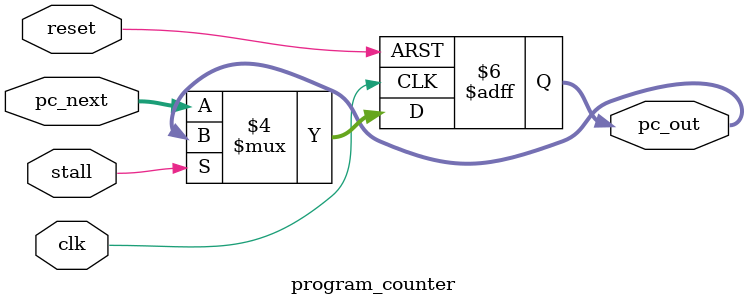
<source format=v>
module program_counter(
  	input  wire        clk,
  	input  wire        reset,
  	input  wire        stall,
  	input  wire [63:0] pc_next,
  	output reg  [63:0] pc_out
);

  	always @(posedge clk or posedge reset) begin
    		if (reset)
      			pc_out <= 64'b0;
    		else if (~stall)
      			pc_out <= pc_next;     // Hold PC during stall
    		else
      			pc_out <= pc_out;   // Hold PC during stall
  	end

endmodule


</source>
